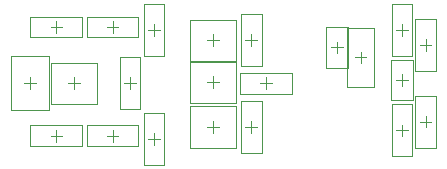
<source format=gbr>
%TF.GenerationSoftware,Altium Limited,Altium Designer,18.1.7 (191)*%
G04 Layer_Color=32768*
%FSLAX45Y45*%
%MOMM*%
%TF.FileFunction,Other,Mechanical_15*%
%TF.Part,Single*%
G01*
G75*
%TA.AperFunction,NonConductor*%
%ADD34C,0.10000*%
%ADD35C,0.05000*%
D34*
X-1525000Y167500D02*
Y267500D01*
X-1575000Y217500D02*
X-1475000D01*
X-2450000Y312500D02*
Y412500D01*
X-2500000Y362500D02*
X-2400000D01*
X-2825000Y-370000D02*
X-2725000D01*
X-2775000Y-420000D02*
Y-320000D01*
X-3675000Y475000D02*
X-3575000D01*
X-3625000Y425000D02*
Y525000D01*
X-3275000Y-520000D02*
Y-420000D01*
X-3325000Y-470000D02*
X-3225000D01*
X-3275000Y400000D02*
Y500000D01*
X-3325000Y450000D02*
X-3225000D01*
X-3675000Y-445000D02*
X-3575000D01*
X-3625000Y-495000D02*
Y-395000D01*
X-4150000Y-445000D02*
X-4050000D01*
X-4100000Y-495000D02*
Y-395000D01*
X-3477500Y-50000D02*
Y50000D01*
X-3527500Y-0D02*
X-3427500D01*
X-4000000Y0D02*
X-3900000D01*
X-3950000Y-50000D02*
Y50000D01*
X-4150000Y475000D02*
X-4050000D01*
X-4100000Y425000D02*
Y525000D01*
X-2450000Y-420000D02*
Y-320000D01*
X-2500000Y-370000D02*
X-2400000D01*
X-2375000Y0D02*
X-2275000D01*
X-2325000Y-50000D02*
Y50000D01*
X-2825000Y362500D02*
X-2725000D01*
X-2775000Y312500D02*
Y412500D01*
X-2825000Y7500D02*
X-2725000D01*
X-2775000Y-42500D02*
Y57500D01*
X-4375000Y0D02*
X-4275000D01*
X-4325000Y-50000D02*
Y50000D01*
X-1725000Y252500D02*
Y352500D01*
X-1775000Y302500D02*
X-1675000D01*
X-1175000Y-450000D02*
Y-350000D01*
X-1225000Y-400000D02*
X-1125000D01*
X-1175000Y400000D02*
Y500000D01*
X-1225000Y450000D02*
X-1125000D01*
X-975000Y275000D02*
Y375000D01*
X-1025000Y325000D02*
X-925000D01*
X-975000Y-375000D02*
Y-275000D01*
X-1025000Y-325000D02*
X-925000D01*
X-1175000Y-25000D02*
Y75000D01*
X-1225000Y25000D02*
X-1125000D01*
D35*
X-1637500Y-32500D02*
X-1412500D01*
X-1637500Y467500D02*
X-1412500D01*
X-1637500Y-32500D02*
Y467500D01*
X-1412500Y-32500D02*
Y467500D01*
X-2537500Y582500D02*
X-2362500D01*
X-2537500Y142500D02*
X-2362500D01*
Y582500D01*
X-2537500Y142500D02*
Y582500D01*
X-2967500Y-545000D02*
Y-195000D01*
X-2582500Y-545000D02*
Y-195000D01*
X-2967500D02*
X-2582500D01*
X-2967500Y-545000D02*
X-2582500D01*
X-3405000Y387500D02*
Y562500D01*
X-3845000Y387500D02*
Y562500D01*
Y387500D02*
X-3405000D01*
X-3845000Y562500D02*
X-3405000D01*
X-3362500Y-690000D02*
X-3187500D01*
X-3362500Y-250000D02*
X-3187500D01*
X-3362500Y-690000D02*
Y-250000D01*
X-3187500Y-690000D02*
Y-250000D01*
X-3362500Y230000D02*
X-3187500D01*
X-3362500Y670000D02*
X-3187500D01*
X-3362500Y230000D02*
Y670000D01*
X-3187500Y230000D02*
Y670000D01*
X-3845000Y-532500D02*
Y-357500D01*
X-3405000Y-532500D02*
Y-357500D01*
X-3845000D02*
X-3405000D01*
X-3845000Y-532500D02*
X-3405000D01*
X-3880000D02*
Y-357500D01*
X-4320000Y-532500D02*
Y-357500D01*
Y-532500D02*
X-3880000D01*
X-4320000Y-357500D02*
X-3880000D01*
X-3565000Y220000D02*
X-3390000D01*
X-3565000Y-220000D02*
X-3390000D01*
Y220000D01*
X-3565000Y-220000D02*
Y220000D01*
X-4142500Y-175000D02*
Y175000D01*
X-3757500Y-175000D02*
Y175000D01*
X-4142500D02*
X-3757500D01*
X-4142500Y-175000D02*
X-3757500D01*
X-3880000Y387500D02*
Y562500D01*
X-4320000Y387500D02*
Y562500D01*
Y387500D02*
X-3880000D01*
X-4320000Y562500D02*
X-3880000D01*
X-2537500Y-150000D02*
X-2362500D01*
X-2537500Y-590000D02*
X-2362500D01*
Y-150000D01*
X-2537500Y-590000D02*
Y-150000D01*
X-2105000Y-87500D02*
Y87500D01*
X-2545000Y-87500D02*
Y87500D01*
Y-87500D02*
X-2105000D01*
X-2545000Y87500D02*
X-2105000D01*
X-2967500Y187500D02*
Y537500D01*
X-2582500Y187500D02*
Y537500D01*
X-2967500D02*
X-2582500D01*
X-2967500Y187500D02*
X-2582500D01*
X-2967500Y-167500D02*
Y182500D01*
X-2582500Y-167500D02*
Y182500D01*
X-2967500D02*
X-2582500D01*
X-2967500Y-167500D02*
X-2582500D01*
X-4165000Y-230000D02*
Y230000D01*
X-4485000Y-230000D02*
Y230000D01*
X-4165000D01*
X-4485000Y-230000D02*
X-4165000D01*
X-1820000Y132500D02*
X-1630000D01*
X-1820000Y472500D02*
X-1630000D01*
X-1820000Y132500D02*
Y472500D01*
X-1630000Y132500D02*
Y472500D01*
X-1262500Y-180000D02*
X-1087500D01*
X-1262500Y-620000D02*
X-1087500D01*
Y-180000D01*
X-1262500Y-620000D02*
Y-180000D01*
Y230000D02*
X-1087500D01*
X-1262500Y670000D02*
X-1087500D01*
X-1262500Y230000D02*
Y670000D01*
X-1087500Y230000D02*
Y670000D01*
X-1062500Y105000D02*
X-887500D01*
X-1062500Y545000D02*
X-887500D01*
X-1062500Y105000D02*
Y545000D01*
X-887500Y105000D02*
Y545000D01*
X-1062500Y-545000D02*
X-887500D01*
X-1062500Y-105000D02*
X-887500D01*
X-1062500Y-545000D02*
Y-105000D01*
X-887500Y-545000D02*
Y-105000D01*
X-1270000Y195000D02*
X-1080000D01*
X-1270000Y-145000D02*
X-1080000D01*
Y195000D01*
X-1270000Y-145000D02*
Y195000D01*
%TF.MD5,b035b6f8fd4ccb53062af68c874dbf22*%
M02*

</source>
